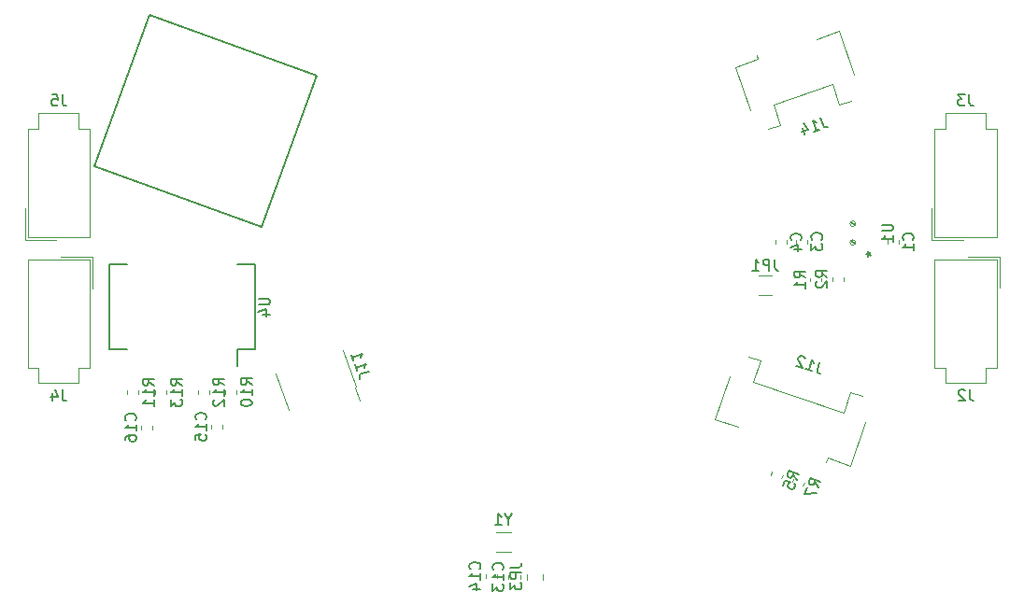
<source format=gbr>
G04 #@! TF.GenerationSoftware,KiCad,Pcbnew,6.0.0-rc1-unknown-3eb3db0~66~ubuntu18.04.1*
G04 #@! TF.CreationDate,2018-08-09T16:50:38-07:00*
G04 #@! TF.ProjectId,main_board_onion,6D61696E5F626F6172645F6F6E696F6E,rev?*
G04 #@! TF.SameCoordinates,Original*
G04 #@! TF.FileFunction,Legend,Bot*
G04 #@! TF.FilePolarity,Positive*
%FSLAX46Y46*%
G04 Gerber Fmt 4.6, Leading zero omitted, Abs format (unit mm)*
G04 Created by KiCad (PCBNEW 6.0.0-rc1-unknown-3eb3db0~66~ubuntu18.04.1) date Thu Aug  9 16:50:38 2018*
%MOMM*%
%LPD*%
G01*
G04 APERTURE LIST*
%ADD10C,0.150000*%
%ADD11C,0.100000*%
%ADD12C,0.120000*%
G04 APERTURE END LIST*
D10*
G04 #@! TO.C,U1*
X180327200Y-88680400D02*
X180027200Y-88380400D01*
X180327200Y-90380400D02*
X180027200Y-90080400D01*
D11*
X180402200Y-90230400D02*
G75*
G03X180402200Y-90230400I-250000J0D01*
G01*
X180402200Y-88530400D02*
G75*
G03X180402200Y-88530400I-250000J0D01*
G01*
D12*
G04 #@! TO.C,C3*
X176024000Y-90307279D02*
X176024000Y-89981721D01*
X175004000Y-90307279D02*
X175004000Y-89981721D01*
G04 #@! TO.C,C4*
X173124400Y-90358279D02*
X173124400Y-90032721D01*
X174144400Y-90358279D02*
X174144400Y-90032721D01*
G04 #@! TO.C,R1*
X176324800Y-93436121D02*
X176324800Y-93761679D01*
X177344800Y-93436121D02*
X177344800Y-93761679D01*
G04 #@! TO.C,J2*
X193448400Y-91507000D02*
X193448400Y-94357000D01*
X190598400Y-91507000D02*
X193448400Y-91507000D01*
X188588400Y-102967000D02*
X190398400Y-102967000D01*
X188588400Y-101567000D02*
X188588400Y-102967000D01*
X187588400Y-101567000D02*
X188588400Y-101567000D01*
X187588400Y-91747000D02*
X187588400Y-101567000D01*
X190398400Y-91747000D02*
X187588400Y-91747000D01*
X192208400Y-102967000D02*
X190398400Y-102967000D01*
X192208400Y-101567000D02*
X192208400Y-102967000D01*
X193208400Y-101567000D02*
X192208400Y-101567000D01*
X193208400Y-91747000D02*
X193208400Y-101567000D01*
X190398400Y-91747000D02*
X193208400Y-91747000D01*
G04 #@! TO.C,J3*
X187323000Y-89976000D02*
X187323000Y-87126000D01*
X190173000Y-89976000D02*
X187323000Y-89976000D01*
X192183000Y-78516000D02*
X190373000Y-78516000D01*
X192183000Y-79916000D02*
X192183000Y-78516000D01*
X193183000Y-79916000D02*
X192183000Y-79916000D01*
X193183000Y-89736000D02*
X193183000Y-79916000D01*
X190373000Y-89736000D02*
X193183000Y-89736000D01*
X188563000Y-78516000D02*
X190373000Y-78516000D01*
X188563000Y-79916000D02*
X188563000Y-78516000D01*
X187563000Y-79916000D02*
X188563000Y-79916000D01*
X187563000Y-89736000D02*
X187563000Y-79916000D01*
X190373000Y-89736000D02*
X187563000Y-89736000D01*
G04 #@! TO.C,J4*
X111254000Y-91532400D02*
X111254000Y-94382400D01*
X108404000Y-91532400D02*
X111254000Y-91532400D01*
X106394000Y-102992400D02*
X108204000Y-102992400D01*
X106394000Y-101592400D02*
X106394000Y-102992400D01*
X105394000Y-101592400D02*
X106394000Y-101592400D01*
X105394000Y-91772400D02*
X105394000Y-101592400D01*
X108204000Y-91772400D02*
X105394000Y-91772400D01*
X110014000Y-102992400D02*
X108204000Y-102992400D01*
X110014000Y-101592400D02*
X110014000Y-102992400D01*
X111014000Y-101592400D02*
X110014000Y-101592400D01*
X111014000Y-91772400D02*
X111014000Y-101592400D01*
X108204000Y-91772400D02*
X111014000Y-91772400D01*
G04 #@! TO.C,J5*
X108204000Y-89736000D02*
X105394000Y-89736000D01*
X105394000Y-89736000D02*
X105394000Y-79916000D01*
X105394000Y-79916000D02*
X106394000Y-79916000D01*
X106394000Y-79916000D02*
X106394000Y-78516000D01*
X106394000Y-78516000D02*
X108204000Y-78516000D01*
X108204000Y-89736000D02*
X111014000Y-89736000D01*
X111014000Y-89736000D02*
X111014000Y-79916000D01*
X111014000Y-79916000D02*
X110014000Y-79916000D01*
X110014000Y-79916000D02*
X110014000Y-78516000D01*
X110014000Y-78516000D02*
X108204000Y-78516000D01*
X108004000Y-89976000D02*
X105154000Y-89976000D01*
X105154000Y-89976000D02*
X105154000Y-87126000D01*
D10*
G04 #@! TO.C,J16*
X116442021Y-69591238D02*
X131571073Y-75097762D01*
X111448527Y-83310750D02*
X116442021Y-69591238D01*
X126577579Y-88817274D02*
X111448527Y-83310750D01*
X131571073Y-75097762D02*
X126577579Y-88817274D01*
D12*
G04 #@! TO.C,C1*
X184304400Y-90332779D02*
X184304400Y-90007221D01*
X183284400Y-90332779D02*
X183284400Y-90007221D01*
G04 #@! TO.C,C13*
X150001800Y-120385621D02*
X150001800Y-120711179D01*
X148981800Y-120385621D02*
X148981800Y-120711179D01*
G04 #@! TO.C,C14*
X146886300Y-120322121D02*
X146886300Y-120647679D01*
X147906300Y-120322121D02*
X147906300Y-120647679D01*
G04 #@! TO.C,C15*
X123065000Y-106783821D02*
X123065000Y-107109379D01*
X122045000Y-106783821D02*
X122045000Y-107109379D01*
G04 #@! TO.C,C16*
X116702300Y-106834721D02*
X116702300Y-107160279D01*
X115682300Y-106834721D02*
X115682300Y-107160279D01*
G04 #@! TO.C,J11*
X135141880Y-103320527D02*
X133992625Y-99982847D01*
X129024375Y-105426953D02*
X127875120Y-102089273D01*
X135511799Y-104594501D02*
X135080422Y-103341689D01*
X135141880Y-103320527D02*
X135080422Y-103341689D01*
X133992625Y-99982847D02*
X133931166Y-100004009D01*
X129085834Y-105405791D02*
X129024375Y-105426953D01*
X127936578Y-102068111D02*
X127875120Y-102089273D01*
G04 #@! TO.C,J12*
X171787158Y-100969972D02*
X170695084Y-100593941D01*
X171136022Y-102861009D02*
X171787158Y-100969972D01*
X179295847Y-105670663D02*
X171136022Y-102861009D01*
X179946984Y-103779625D02*
X179295847Y-105670663D01*
X181039058Y-104155657D02*
X179946984Y-103779625D01*
X167677792Y-106239167D02*
X169734295Y-106947278D01*
X169022389Y-102334175D02*
X167677792Y-106239167D01*
X177884665Y-109753675D02*
X177754438Y-110131882D01*
X179941168Y-110461786D02*
X177884665Y-109753675D01*
X181285765Y-106556794D02*
X179941168Y-110461786D01*
G04 #@! TO.C,J14*
X170847067Y-78228673D02*
X169502470Y-74323681D01*
X169502470Y-74323681D02*
X171558973Y-73615570D01*
X171558973Y-73615570D02*
X171428746Y-73237363D01*
X180273887Y-74982758D02*
X178929290Y-71077766D01*
X178929290Y-71077766D02*
X176872787Y-71785877D01*
X172519762Y-79968907D02*
X173611836Y-79592875D01*
X173611836Y-79592875D02*
X172960700Y-77701838D01*
X172960700Y-77701838D02*
X178283969Y-75868890D01*
X178283969Y-75868890D02*
X178935106Y-77759927D01*
X178935106Y-77759927D02*
X180027180Y-77383896D01*
G04 #@! TO.C,JP1*
X172836464Y-95042400D02*
X171632336Y-95042400D01*
X172836464Y-93222400D02*
X171632336Y-93222400D01*
G04 #@! TO.C,JP3*
X150620900Y-120277122D02*
X150620900Y-120794278D01*
X152040900Y-120277122D02*
X152040900Y-120794278D01*
G04 #@! TO.C,R2*
X179326000Y-93385321D02*
X179326000Y-93710879D01*
X178306000Y-93385321D02*
X178306000Y-93710879D01*
G04 #@! TO.C,R5*
X173695319Y-111635450D02*
X173801310Y-111327629D01*
X172730890Y-111303371D02*
X172836881Y-110995550D01*
G04 #@! TO.C,R7*
X174686690Y-111976471D02*
X174792681Y-111668650D01*
X175651119Y-112308550D02*
X175757110Y-112000729D01*
G04 #@! TO.C,R10*
X123315000Y-103947079D02*
X123315000Y-103621521D01*
X124335000Y-103947079D02*
X124335000Y-103621521D01*
G04 #@! TO.C,R11*
X114425000Y-103985179D02*
X114425000Y-103659621D01*
X115445000Y-103985179D02*
X115445000Y-103659621D01*
G04 #@! TO.C,R12*
X121820400Y-103972479D02*
X121820400Y-103646921D01*
X120800400Y-103972479D02*
X120800400Y-103646921D01*
G04 #@! TO.C,R13*
X117985000Y-103985379D02*
X117985000Y-103659821D01*
X116965000Y-103985379D02*
X116965000Y-103659821D01*
D10*
G04 #@! TO.C,U4*
X125955000Y-99937800D02*
X124430000Y-99937800D01*
X125955000Y-92187800D02*
X124350000Y-92187800D01*
X112805000Y-92187800D02*
X114410000Y-92187800D01*
X112805000Y-99937800D02*
X114410000Y-99937800D01*
X125955000Y-99937800D02*
X125955000Y-92187800D01*
X112805000Y-99937800D02*
X112805000Y-92187800D01*
X124430000Y-99937800D02*
X124430000Y-101462800D01*
D12*
G04 #@! TO.C,Y1*
X149156100Y-118248400D02*
X147806100Y-118248400D01*
X149156100Y-116498400D02*
X147806100Y-116498400D01*
G04 #@! TO.C,U1*
D10*
X182789580Y-88618495D02*
X183599104Y-88618495D01*
X183694342Y-88666114D01*
X183741961Y-88713733D01*
X183789580Y-88808971D01*
X183789580Y-88999447D01*
X183741961Y-89094685D01*
X183694342Y-89142304D01*
X183599104Y-89189923D01*
X182789580Y-89189923D01*
X183789580Y-90189923D02*
X183789580Y-89618495D01*
X183789580Y-89904209D02*
X182789580Y-89904209D01*
X182932438Y-89808971D01*
X183027676Y-89713733D01*
X183075295Y-89618495D01*
X181379580Y-91280400D02*
X181617676Y-91280400D01*
X181522438Y-91042304D02*
X181617676Y-91280400D01*
X181522438Y-91518495D01*
X181808152Y-91137542D02*
X181617676Y-91280400D01*
X181808152Y-91423257D01*
G04 #@! TO.C,C3*
X177301142Y-89977833D02*
X177348761Y-89930214D01*
X177396380Y-89787357D01*
X177396380Y-89692119D01*
X177348761Y-89549261D01*
X177253523Y-89454023D01*
X177158285Y-89406404D01*
X176967809Y-89358785D01*
X176824952Y-89358785D01*
X176634476Y-89406404D01*
X176539238Y-89454023D01*
X176444000Y-89549261D01*
X176396380Y-89692119D01*
X176396380Y-89787357D01*
X176444000Y-89930214D01*
X176491619Y-89977833D01*
X176396380Y-90311166D02*
X176396380Y-90930214D01*
X176777333Y-90596880D01*
X176777333Y-90739738D01*
X176824952Y-90834976D01*
X176872571Y-90882595D01*
X176967809Y-90930214D01*
X177205904Y-90930214D01*
X177301142Y-90882595D01*
X177348761Y-90834976D01*
X177396380Y-90739738D01*
X177396380Y-90454023D01*
X177348761Y-90358785D01*
X177301142Y-90311166D01*
G04 #@! TO.C,C4*
X175421542Y-90028833D02*
X175469161Y-89981214D01*
X175516780Y-89838357D01*
X175516780Y-89743119D01*
X175469161Y-89600261D01*
X175373923Y-89505023D01*
X175278685Y-89457404D01*
X175088209Y-89409785D01*
X174945352Y-89409785D01*
X174754876Y-89457404D01*
X174659638Y-89505023D01*
X174564400Y-89600261D01*
X174516780Y-89743119D01*
X174516780Y-89838357D01*
X174564400Y-89981214D01*
X174612019Y-90028833D01*
X174850114Y-90885976D02*
X175516780Y-90885976D01*
X174469161Y-90647880D02*
X175183447Y-90409785D01*
X175183447Y-91028833D01*
G04 #@! TO.C,R1*
X175857180Y-93432233D02*
X175380990Y-93098900D01*
X175857180Y-92860804D02*
X174857180Y-92860804D01*
X174857180Y-93241757D01*
X174904800Y-93336995D01*
X174952419Y-93384614D01*
X175047657Y-93432233D01*
X175190514Y-93432233D01*
X175285752Y-93384614D01*
X175333371Y-93336995D01*
X175380990Y-93241757D01*
X175380990Y-92860804D01*
X175857180Y-94384614D02*
X175857180Y-93813185D01*
X175857180Y-94098900D02*
X174857180Y-94098900D01*
X175000038Y-94003661D01*
X175095276Y-93908423D01*
X175142895Y-93813185D01*
G04 #@! TO.C,J2*
X190731733Y-103559380D02*
X190731733Y-104273666D01*
X190779352Y-104416523D01*
X190874590Y-104511761D01*
X191017447Y-104559380D01*
X191112685Y-104559380D01*
X190303161Y-103654619D02*
X190255542Y-103607000D01*
X190160304Y-103559380D01*
X189922209Y-103559380D01*
X189826971Y-103607000D01*
X189779352Y-103654619D01*
X189731733Y-103749857D01*
X189731733Y-103845095D01*
X189779352Y-103987952D01*
X190350780Y-104559380D01*
X189731733Y-104559380D01*
G04 #@! TO.C,J3*
X190706333Y-76828380D02*
X190706333Y-77542666D01*
X190753952Y-77685523D01*
X190849190Y-77780761D01*
X190992047Y-77828380D01*
X191087285Y-77828380D01*
X190325380Y-76828380D02*
X189706333Y-76828380D01*
X190039666Y-77209333D01*
X189896809Y-77209333D01*
X189801571Y-77256952D01*
X189753952Y-77304571D01*
X189706333Y-77399809D01*
X189706333Y-77637904D01*
X189753952Y-77733142D01*
X189801571Y-77780761D01*
X189896809Y-77828380D01*
X190182523Y-77828380D01*
X190277761Y-77780761D01*
X190325380Y-77733142D01*
G04 #@! TO.C,J4*
X108537333Y-103584780D02*
X108537333Y-104299066D01*
X108584952Y-104441923D01*
X108680190Y-104537161D01*
X108823047Y-104584780D01*
X108918285Y-104584780D01*
X107632571Y-103918114D02*
X107632571Y-104584780D01*
X107870666Y-103537161D02*
X108108761Y-104251447D01*
X107489714Y-104251447D01*
G04 #@! TO.C,J5*
X108537333Y-76828380D02*
X108537333Y-77542666D01*
X108584952Y-77685523D01*
X108680190Y-77780761D01*
X108823047Y-77828380D01*
X108918285Y-77828380D01*
X107584952Y-76828380D02*
X108061142Y-76828380D01*
X108108761Y-77304571D01*
X108061142Y-77256952D01*
X107965904Y-77209333D01*
X107727809Y-77209333D01*
X107632571Y-77256952D01*
X107584952Y-77304571D01*
X107537333Y-77399809D01*
X107537333Y-77637904D01*
X107584952Y-77733142D01*
X107632571Y-77780761D01*
X107727809Y-77828380D01*
X107965904Y-77828380D01*
X108061142Y-77780761D01*
X108108761Y-77733142D01*
G04 #@! TO.C,C1*
X185581542Y-90003333D02*
X185629161Y-89955714D01*
X185676780Y-89812857D01*
X185676780Y-89717619D01*
X185629161Y-89574761D01*
X185533923Y-89479523D01*
X185438685Y-89431904D01*
X185248209Y-89384285D01*
X185105352Y-89384285D01*
X184914876Y-89431904D01*
X184819638Y-89479523D01*
X184724400Y-89574761D01*
X184676780Y-89717619D01*
X184676780Y-89812857D01*
X184724400Y-89955714D01*
X184772019Y-90003333D01*
X185676780Y-90955714D02*
X185676780Y-90384285D01*
X185676780Y-90670000D02*
X184676780Y-90670000D01*
X184819638Y-90574761D01*
X184914876Y-90479523D01*
X184962495Y-90384285D01*
G04 #@! TO.C,C13*
X148418942Y-119905542D02*
X148466561Y-119857923D01*
X148514180Y-119715066D01*
X148514180Y-119619828D01*
X148466561Y-119476971D01*
X148371323Y-119381733D01*
X148276085Y-119334114D01*
X148085609Y-119286495D01*
X147942752Y-119286495D01*
X147752276Y-119334114D01*
X147657038Y-119381733D01*
X147561800Y-119476971D01*
X147514180Y-119619828D01*
X147514180Y-119715066D01*
X147561800Y-119857923D01*
X147609419Y-119905542D01*
X148514180Y-120857923D02*
X148514180Y-120286495D01*
X148514180Y-120572209D02*
X147514180Y-120572209D01*
X147657038Y-120476971D01*
X147752276Y-120381733D01*
X147799895Y-120286495D01*
X147514180Y-121191257D02*
X147514180Y-121810304D01*
X147895133Y-121476971D01*
X147895133Y-121619828D01*
X147942752Y-121715066D01*
X147990371Y-121762685D01*
X148085609Y-121810304D01*
X148323704Y-121810304D01*
X148418942Y-121762685D01*
X148466561Y-121715066D01*
X148514180Y-121619828D01*
X148514180Y-121334114D01*
X148466561Y-121238876D01*
X148418942Y-121191257D01*
G04 #@! TO.C,C14*
X146323442Y-119842042D02*
X146371061Y-119794423D01*
X146418680Y-119651566D01*
X146418680Y-119556328D01*
X146371061Y-119413471D01*
X146275823Y-119318233D01*
X146180585Y-119270614D01*
X145990109Y-119222995D01*
X145847252Y-119222995D01*
X145656776Y-119270614D01*
X145561538Y-119318233D01*
X145466300Y-119413471D01*
X145418680Y-119556328D01*
X145418680Y-119651566D01*
X145466300Y-119794423D01*
X145513919Y-119842042D01*
X146418680Y-120794423D02*
X146418680Y-120222995D01*
X146418680Y-120508709D02*
X145418680Y-120508709D01*
X145561538Y-120413471D01*
X145656776Y-120318233D01*
X145704395Y-120222995D01*
X145752014Y-121651566D02*
X146418680Y-121651566D01*
X145371061Y-121413471D02*
X146085347Y-121175376D01*
X146085347Y-121794423D01*
G04 #@! TO.C,C15*
X121482142Y-106303742D02*
X121529761Y-106256123D01*
X121577380Y-106113266D01*
X121577380Y-106018028D01*
X121529761Y-105875171D01*
X121434523Y-105779933D01*
X121339285Y-105732314D01*
X121148809Y-105684695D01*
X121005952Y-105684695D01*
X120815476Y-105732314D01*
X120720238Y-105779933D01*
X120625000Y-105875171D01*
X120577380Y-106018028D01*
X120577380Y-106113266D01*
X120625000Y-106256123D01*
X120672619Y-106303742D01*
X121577380Y-107256123D02*
X121577380Y-106684695D01*
X121577380Y-106970409D02*
X120577380Y-106970409D01*
X120720238Y-106875171D01*
X120815476Y-106779933D01*
X120863095Y-106684695D01*
X120577380Y-108160885D02*
X120577380Y-107684695D01*
X121053571Y-107637076D01*
X121005952Y-107684695D01*
X120958333Y-107779933D01*
X120958333Y-108018028D01*
X121005952Y-108113266D01*
X121053571Y-108160885D01*
X121148809Y-108208504D01*
X121386904Y-108208504D01*
X121482142Y-108160885D01*
X121529761Y-108113266D01*
X121577380Y-108018028D01*
X121577380Y-107779933D01*
X121529761Y-107684695D01*
X121482142Y-107637076D01*
G04 #@! TO.C,C16*
X115119442Y-106354642D02*
X115167061Y-106307023D01*
X115214680Y-106164166D01*
X115214680Y-106068928D01*
X115167061Y-105926071D01*
X115071823Y-105830833D01*
X114976585Y-105783214D01*
X114786109Y-105735595D01*
X114643252Y-105735595D01*
X114452776Y-105783214D01*
X114357538Y-105830833D01*
X114262300Y-105926071D01*
X114214680Y-106068928D01*
X114214680Y-106164166D01*
X114262300Y-106307023D01*
X114309919Y-106354642D01*
X115214680Y-107307023D02*
X115214680Y-106735595D01*
X115214680Y-107021309D02*
X114214680Y-107021309D01*
X114357538Y-106926071D01*
X114452776Y-106830833D01*
X114500395Y-106735595D01*
X114214680Y-108164166D02*
X114214680Y-107973690D01*
X114262300Y-107878452D01*
X114309919Y-107830833D01*
X114452776Y-107735595D01*
X114643252Y-107687976D01*
X115024204Y-107687976D01*
X115119442Y-107735595D01*
X115167061Y-107783214D01*
X115214680Y-107878452D01*
X115214680Y-108068928D01*
X115167061Y-108164166D01*
X115119442Y-108211785D01*
X115024204Y-108259404D01*
X114786109Y-108259404D01*
X114690871Y-108211785D01*
X114643252Y-108164166D01*
X114595633Y-108068928D01*
X114595633Y-107878452D01*
X114643252Y-107783214D01*
X114690871Y-107735595D01*
X114786109Y-107687976D01*
G04 #@! TO.C,J11*
X136294110Y-101913251D02*
X135618739Y-102145800D01*
X135499168Y-102237334D01*
X135440126Y-102358390D01*
X135441611Y-102508967D01*
X135472617Y-102599017D01*
X135023023Y-101293301D02*
X135209062Y-101833597D01*
X135116042Y-101563449D02*
X136061561Y-101237881D01*
X135957493Y-101374440D01*
X135898450Y-101495496D01*
X135884432Y-101601048D01*
X134712958Y-100392807D02*
X134898997Y-100933103D01*
X134805977Y-100662955D02*
X135751496Y-100337387D01*
X135647428Y-100473946D01*
X135588386Y-100595002D01*
X135574367Y-100700554D01*
G04 #@! TO.C,J12*
X177167275Y-101085227D02*
X176934726Y-101760597D01*
X176933241Y-101911174D01*
X176992284Y-102032230D01*
X177111855Y-102123765D01*
X177201904Y-102154771D01*
X175896188Y-101705177D02*
X176436484Y-101891216D01*
X176166336Y-101798197D02*
X176491904Y-100852678D01*
X176535444Y-101018759D01*
X176594487Y-101139814D01*
X176669033Y-101215846D01*
X175830552Y-100725682D02*
X175801031Y-100665154D01*
X175726484Y-100589123D01*
X175501361Y-100511607D01*
X175395808Y-100525625D01*
X175335280Y-100555146D01*
X175259249Y-100629692D01*
X175228243Y-100719742D01*
X175226758Y-100870319D01*
X175581015Y-101596654D01*
X174995694Y-101395112D01*
G04 #@! TO.C,J14*
X177217100Y-78930404D02*
X177449649Y-79605775D01*
X177541183Y-79725346D01*
X177662239Y-79784388D01*
X177812816Y-79782903D01*
X177902866Y-79751897D01*
X176597150Y-80201491D02*
X177137446Y-80015452D01*
X176867298Y-80108472D02*
X176541730Y-79162953D01*
X176678289Y-79267021D01*
X176799345Y-79326064D01*
X176904897Y-79340082D01*
X175569660Y-79850204D02*
X175786705Y-80480549D01*
X175670757Y-79412490D02*
X176128429Y-80010344D01*
X175543108Y-80211886D01*
G04 #@! TO.C,JP1*
X173067733Y-91764780D02*
X173067733Y-92479066D01*
X173115352Y-92621923D01*
X173210590Y-92717161D01*
X173353447Y-92764780D01*
X173448685Y-92764780D01*
X172591542Y-92764780D02*
X172591542Y-91764780D01*
X172210590Y-91764780D01*
X172115352Y-91812400D01*
X172067733Y-91860019D01*
X172020114Y-91955257D01*
X172020114Y-92098114D01*
X172067733Y-92193352D01*
X172115352Y-92240971D01*
X172210590Y-92288590D01*
X172591542Y-92288590D01*
X171067733Y-92764780D02*
X171639161Y-92764780D01*
X171353447Y-92764780D02*
X171353447Y-91764780D01*
X171448685Y-91907638D01*
X171543923Y-92002876D01*
X171639161Y-92050495D01*
G04 #@! TO.C,JP3*
X149133280Y-119702366D02*
X149847566Y-119702366D01*
X149990423Y-119654747D01*
X150085661Y-119559509D01*
X150133280Y-119416652D01*
X150133280Y-119321414D01*
X150133280Y-120178557D02*
X149133280Y-120178557D01*
X149133280Y-120559509D01*
X149180900Y-120654747D01*
X149228519Y-120702366D01*
X149323757Y-120749985D01*
X149466614Y-120749985D01*
X149561852Y-120702366D01*
X149609471Y-120654747D01*
X149657090Y-120559509D01*
X149657090Y-120178557D01*
X149133280Y-121083319D02*
X149133280Y-121702366D01*
X149514233Y-121369033D01*
X149514233Y-121511890D01*
X149561852Y-121607128D01*
X149609471Y-121654747D01*
X149704709Y-121702366D01*
X149942804Y-121702366D01*
X150038042Y-121654747D01*
X150085661Y-121607128D01*
X150133280Y-121511890D01*
X150133280Y-121226176D01*
X150085661Y-121130938D01*
X150038042Y-121083319D01*
G04 #@! TO.C,R2*
X177838380Y-93381433D02*
X177362190Y-93048100D01*
X177838380Y-92810004D02*
X176838380Y-92810004D01*
X176838380Y-93190957D01*
X176886000Y-93286195D01*
X176933619Y-93333814D01*
X177028857Y-93381433D01*
X177171714Y-93381433D01*
X177266952Y-93333814D01*
X177314571Y-93286195D01*
X177362190Y-93190957D01*
X177362190Y-92810004D01*
X176933619Y-93762385D02*
X176886000Y-93810004D01*
X176838380Y-93905242D01*
X176838380Y-94143338D01*
X176886000Y-94238576D01*
X176933619Y-94286195D01*
X177028857Y-94333814D01*
X177124095Y-94333814D01*
X177266952Y-94286195D01*
X177838380Y-93714766D01*
X177838380Y-94333814D01*
G04 #@! TO.C,R5*
X175100187Y-111770756D02*
X174758463Y-111300551D01*
X175286226Y-111230460D02*
X174340708Y-110904891D01*
X174216682Y-111265089D01*
X174230700Y-111370642D01*
X174260222Y-111431170D01*
X174334768Y-111507201D01*
X174469842Y-111553710D01*
X174575394Y-111539692D01*
X174635922Y-111510171D01*
X174711953Y-111435625D01*
X174835979Y-111075427D01*
X173860107Y-112300657D02*
X174015140Y-111850410D01*
X174480890Y-111960418D01*
X174420362Y-111989939D01*
X174344331Y-112064485D01*
X174266815Y-112289609D01*
X174280833Y-112395161D01*
X174310354Y-112455689D01*
X174384900Y-112531721D01*
X174610024Y-112609237D01*
X174715576Y-112595219D01*
X174776104Y-112565697D01*
X174852136Y-112491151D01*
X174929652Y-112266028D01*
X174915634Y-112160475D01*
X174886112Y-112099947D01*
G04 #@! TO.C,R7*
X177055987Y-112443856D02*
X176714263Y-111973651D01*
X177242026Y-111903560D02*
X176296508Y-111577991D01*
X176172482Y-111938189D01*
X176186500Y-112043742D01*
X176216022Y-112104270D01*
X176290568Y-112180301D01*
X176425642Y-112226810D01*
X176531194Y-112212792D01*
X176591722Y-112183271D01*
X176667753Y-112108725D01*
X176791779Y-111748527D01*
X176001946Y-112433461D02*
X175784901Y-113063806D01*
X176869949Y-112984152D01*
G04 #@! TO.C,R10*
X125707380Y-103141442D02*
X125231190Y-102808109D01*
X125707380Y-102570014D02*
X124707380Y-102570014D01*
X124707380Y-102950966D01*
X124755000Y-103046204D01*
X124802619Y-103093823D01*
X124897857Y-103141442D01*
X125040714Y-103141442D01*
X125135952Y-103093823D01*
X125183571Y-103046204D01*
X125231190Y-102950966D01*
X125231190Y-102570014D01*
X125707380Y-104093823D02*
X125707380Y-103522395D01*
X125707380Y-103808109D02*
X124707380Y-103808109D01*
X124850238Y-103712871D01*
X124945476Y-103617633D01*
X124993095Y-103522395D01*
X124707380Y-104712871D02*
X124707380Y-104808109D01*
X124755000Y-104903347D01*
X124802619Y-104950966D01*
X124897857Y-104998585D01*
X125088333Y-105046204D01*
X125326428Y-105046204D01*
X125516904Y-104998585D01*
X125612142Y-104950966D01*
X125659761Y-104903347D01*
X125707380Y-104808109D01*
X125707380Y-104712871D01*
X125659761Y-104617633D01*
X125612142Y-104570014D01*
X125516904Y-104522395D01*
X125326428Y-104474776D01*
X125088333Y-104474776D01*
X124897857Y-104522395D01*
X124802619Y-104570014D01*
X124755000Y-104617633D01*
X124707380Y-104712871D01*
G04 #@! TO.C,R11*
X116817380Y-103179542D02*
X116341190Y-102846209D01*
X116817380Y-102608114D02*
X115817380Y-102608114D01*
X115817380Y-102989066D01*
X115865000Y-103084304D01*
X115912619Y-103131923D01*
X116007857Y-103179542D01*
X116150714Y-103179542D01*
X116245952Y-103131923D01*
X116293571Y-103084304D01*
X116341190Y-102989066D01*
X116341190Y-102608114D01*
X116817380Y-104131923D02*
X116817380Y-103560495D01*
X116817380Y-103846209D02*
X115817380Y-103846209D01*
X115960238Y-103750971D01*
X116055476Y-103655733D01*
X116103095Y-103560495D01*
X116817380Y-105084304D02*
X116817380Y-104512876D01*
X116817380Y-104798590D02*
X115817380Y-104798590D01*
X115960238Y-104703352D01*
X116055476Y-104608114D01*
X116103095Y-104512876D01*
G04 #@! TO.C,R12*
X123192780Y-103166842D02*
X122716590Y-102833509D01*
X123192780Y-102595414D02*
X122192780Y-102595414D01*
X122192780Y-102976366D01*
X122240400Y-103071604D01*
X122288019Y-103119223D01*
X122383257Y-103166842D01*
X122526114Y-103166842D01*
X122621352Y-103119223D01*
X122668971Y-103071604D01*
X122716590Y-102976366D01*
X122716590Y-102595414D01*
X123192780Y-104119223D02*
X123192780Y-103547795D01*
X123192780Y-103833509D02*
X122192780Y-103833509D01*
X122335638Y-103738271D01*
X122430876Y-103643033D01*
X122478495Y-103547795D01*
X122288019Y-104500176D02*
X122240400Y-104547795D01*
X122192780Y-104643033D01*
X122192780Y-104881128D01*
X122240400Y-104976366D01*
X122288019Y-105023985D01*
X122383257Y-105071604D01*
X122478495Y-105071604D01*
X122621352Y-105023985D01*
X123192780Y-104452557D01*
X123192780Y-105071604D01*
G04 #@! TO.C,R13*
X119357380Y-103179742D02*
X118881190Y-102846409D01*
X119357380Y-102608314D02*
X118357380Y-102608314D01*
X118357380Y-102989266D01*
X118405000Y-103084504D01*
X118452619Y-103132123D01*
X118547857Y-103179742D01*
X118690714Y-103179742D01*
X118785952Y-103132123D01*
X118833571Y-103084504D01*
X118881190Y-102989266D01*
X118881190Y-102608314D01*
X119357380Y-104132123D02*
X119357380Y-103560695D01*
X119357380Y-103846409D02*
X118357380Y-103846409D01*
X118500238Y-103751171D01*
X118595476Y-103655933D01*
X118643095Y-103560695D01*
X118357380Y-104465457D02*
X118357380Y-105084504D01*
X118738333Y-104751171D01*
X118738333Y-104894028D01*
X118785952Y-104989266D01*
X118833571Y-105036885D01*
X118928809Y-105084504D01*
X119166904Y-105084504D01*
X119262142Y-105036885D01*
X119309761Y-104989266D01*
X119357380Y-104894028D01*
X119357380Y-104608314D01*
X119309761Y-104513076D01*
X119262142Y-104465457D01*
G04 #@! TO.C,U4*
X126332380Y-95300895D02*
X127141904Y-95300895D01*
X127237142Y-95348514D01*
X127284761Y-95396133D01*
X127332380Y-95491371D01*
X127332380Y-95681847D01*
X127284761Y-95777085D01*
X127237142Y-95824704D01*
X127141904Y-95872323D01*
X126332380Y-95872323D01*
X126665714Y-96777085D02*
X127332380Y-96777085D01*
X126284761Y-96538990D02*
X126999047Y-96300895D01*
X126999047Y-96919942D01*
G04 #@! TO.C,Y1*
X148957290Y-115349590D02*
X148957290Y-115825780D01*
X149290623Y-114825780D02*
X148957290Y-115349590D01*
X148623957Y-114825780D01*
X147766814Y-115825780D02*
X148338242Y-115825780D01*
X148052528Y-115825780D02*
X148052528Y-114825780D01*
X148147766Y-114968638D01*
X148243004Y-115063876D01*
X148338242Y-115111495D01*
G04 #@! TD*
M02*

</source>
